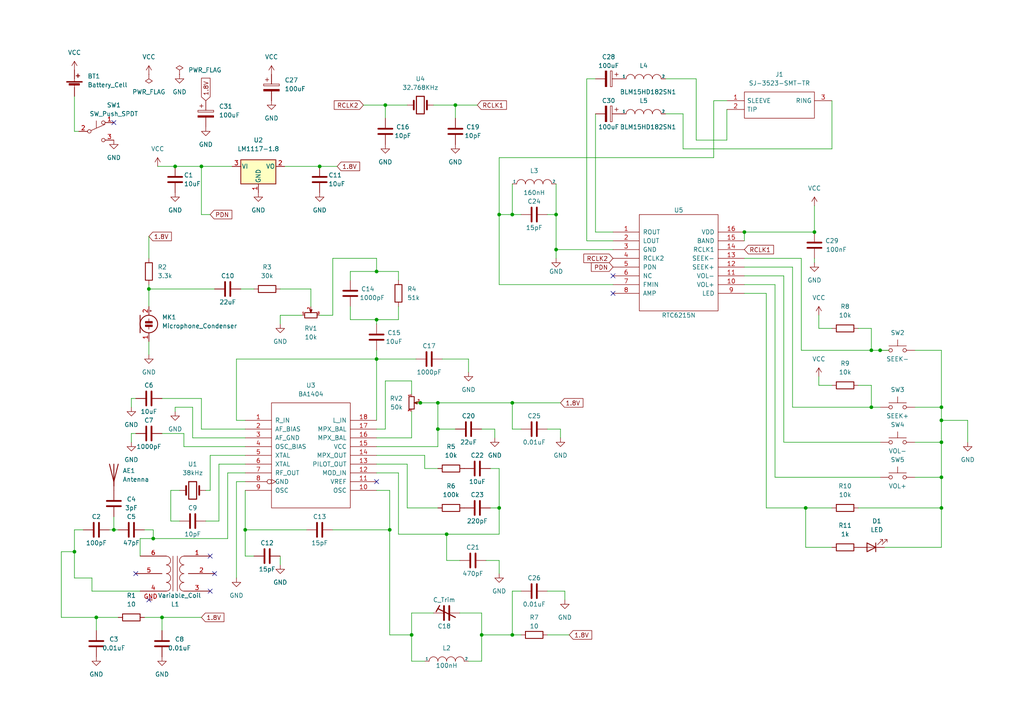
<source format=kicad_sch>
(kicad_sch (version 20211123) (generator eeschema)
  (paper "A4")
  (title_block (comment 1 "VCC=3.0V") (comment 2 "VCCQ=1.8V"))
  (lib_symbols
    (symbol "AudioJack:SJ-3523-SMT-TR" (pin_names (offset 0.762))
      (property "Reference" "J" (at 26.67 7.62 0))
      (property "Value" "SJ-3523-SMT-TR" (at 26.67 5.08 0))
      (symbol "SJ-3523-SMT-TR_0_0"
        (pin passive line (at 0 0 0) (length 5.08) (name "SLEEVE") (number "1"))
        (pin passive line (at 0 -2.54 0) (length 5.08) (name "TIP") (number "2"))
        (pin passive line (at 30.48 0 180) (length 5.08) (name "RING") (number "3"))
      )
      (symbol "SJ-3523-SMT-TR_0_1"
        (polyline (pts (xy 5.08 2.54) (xy 25.4 2.54) (xy 25.4 -5.08) (xy 5.08 -5.08) (xy 5.08 2.54)) (stroke (width 0.1524)))
      )
    )
    (symbol "BA1404:BA1404" (pin_names (offset 1.016))
      (property "Reference" "U" (at 0 -2.54 0))
      (property "Value" "BA1404" (at 0 2.54 0))
      (symbol "BA1404_1_0"
        (rectangle (start -11.43 -15.24) (end 11.43 15.24))
      )
      (symbol "BA1404_1_1"
        (pin input line (at -19.05 10.16 0) (length 7.62) (name "R_IN") (number "1"))
        (pin input line (at 19.05 -10.16 180) (length 7.62) (name "OSC") (number "10"))
        (pin input line (at 19.05 -7.62 180) (length 7.62) (name "VREF") (number "11"))
        (pin input line (at 19.05 -5.08 180) (length 7.62) (name "MOD_IN") (number "12"))
        (pin input line (at 19.05 -2.54 180) (length 7.62) (name "PILOT_OUT") (number "13"))
        (pin input line (at 19.05 0 180) (length 7.62) (name "MPX_OUT") (number "14"))
        (pin input line (at 19.05 2.54 180) (length 7.62) (name "VCC") (number "15"))
        (pin input line (at 19.05 5.08 180) (length 7.62) (name "MPX_BAL") (number "16"))
        (pin input line (at 19.05 7.62 180) (length 7.62) (name "MPX_BAL") (number "17"))
        (pin input line (at 19.05 10.16 180) (length 7.62) (name "L_IN") (number "18"))
        (pin input line (at -19.05 7.62 0) (length 7.62) (name "AF_BIAS") (number "2"))
        (pin input line (at -19.05 5.08 0) (length 7.62) (name "AF_GND") (number "3"))
        (pin input line (at -19.05 2.54 0) (length 7.62) (name "OSC_BIAS") (number "4"))
        (pin input line (at -19.05 0 0) (length 7.62) (name "XTAL") (number "5"))
        (pin input line (at -19.05 -2.54 0) (length 7.62) (name "XTAL") (number "6"))
        (pin input line (at -19.05 -5.08 0) (length 7.62) (name "RF_OUT") (number "7"))
        (pin input inverted_clock (at -19.05 -7.62 0) (length 7.62) (name "GND") (number "8"))
        (pin input line (at -19.05 -10.16 0) (length 7.62) (name "OSC") (number "9"))
      )
    )
    (symbol "Device:Antenna" (pin_numbers hide) (pin_names (offset 1.016) hide)
      (property "Reference" "AE" (at -1.905 1.905 0))
      (property "Value" "Antenna" (at -1.905 0 0))
      (symbol "Antenna_0_1"
        (polyline (pts (xy 0 2.54) (xy 0 -3.81)) (stroke (width 0.254)))
        (polyline (pts (xy 1.27 2.54) (xy 0 -2.54) (xy -1.27 2.54)) (stroke (width 0.254)))
      )
      (symbol "Antenna_1_1"
        (pin input line (at 0 -5.08 90) (length 2.54) (name "A") (number "1"))
      )
    )
    (symbol "Device:Battery_Cell" (pin_numbers hide) (pin_names (offset 0) hide)
      (property "Reference" "BT" (at 2.54 2.54 0))
      (property "Value" "Battery_Cell" (at 2.54 0 0))
      (symbol "Battery_Cell_0_1"
        (rectangle (start -2.286 1.778) (end 2.286 1.524) (fill (type outline)))
        (rectangle (start -1.5748 1.1938) (end 1.4732 0.6858) (fill (type outline)))
        (polyline (pts (xy 0 0.762) (xy 0 0)))
        (polyline (pts (xy 0 1.778) (xy 0 2.54)))
        (polyline (pts (xy 0.508 3.429) (xy 1.524 3.429)) (stroke (width 0.254)))
        (polyline (pts (xy 1.016 3.937) (xy 1.016 2.921)) (stroke (width 0.254)))
      )
      (symbol "Battery_Cell_1_1"
        (pin passive line (at 0 5.08 270) (length 2.54) (name "+") (number "1"))
        (pin passive line (at 0 -2.54 90) (length 2.54) (name "-") (number "2"))
      )
    )
    (symbol "Device:C" (pin_numbers hide) (pin_names (offset 0.254))
      (property "Reference" "C" (at 0.635 2.54 0))
      (property "Value" "C" (at 0.635 -2.54 0))
      (symbol "C_0_1"
        (polyline (pts (xy -2.032 -0.762) (xy 2.032 -0.762)) (stroke (width 0.508)))
        (polyline (pts (xy -2.032 0.762) (xy 2.032 0.762)) (stroke (width 0.508)))
      )
      (symbol "C_1_1"
        (pin passive line (at 0 3.81 270) (length 2.794) (name "~") (number "1"))
        (pin passive line (at 0 -3.81 90) (length 2.794) (name "~") (number "2"))
      )
    )
    (symbol "Device:C_Polarized" (pin_numbers hide) (pin_names (offset 0.254))
      (property "Reference" "C" (at 0.635 2.54 0))
      (property "Value" "C_Polarized" (at 0.635 -2.54 0))
      (symbol "C_Polarized_0_1"
        (rectangle (start -2.286 0.508) (end 2.286 1.016))
        (polyline (pts (xy -1.778 2.286) (xy -0.762 2.286)))
        (polyline (pts (xy -1.27 2.794) (xy -1.27 1.778)))
        (rectangle (start 2.286 -0.508) (end -2.286 -1.016) (fill (type outline)))
      )
      (symbol "C_Polarized_1_1"
        (pin passive line (at 0 3.81 270) (length 2.794) (name "~") (number "1"))
        (pin passive line (at 0 -3.81 90) (length 2.794) (name "~") (number "2"))
      )
    )
    (symbol "Device:C_Trim" (pin_numbers hide) (pin_names (offset 0.254) hide)
      (property "Reference" "C" (at 1.524 -2.032 0))
      (property "Value" "C_Trim" (at 3.048 -3.556 0))
      (symbol "C_Trim_0_1"
        (polyline (pts (xy -2.032 -0.762) (xy 2.032 -0.762)) (stroke (width 0.508)))
        (polyline (pts (xy -2.032 0.762) (xy 2.032 0.762)) (stroke (width 0.508)))
        (polyline (pts (xy 1.27 2.54) (xy -1.27 -2.54)) (stroke (width 0.3048)))
        (polyline (pts (xy 1.27 2.54) (xy 0.381 3.048)) (stroke (width 0.3048)))
        (polyline (pts (xy 1.27 2.54) (xy 2.159 2.032)) (stroke (width 0.3048)))
      )
      (symbol "C_Trim_1_1"
        (pin passive line (at 0 3.81 270) (length 3.048) (name "~") (number "1"))
        (pin passive line (at 0 -3.81 90) (length 3.048) (name "~") (number "2"))
      )
    )
    (symbol "Device:Crystal" (pin_numbers hide) (pin_names (offset 1.016) hide)
      (property "Reference" "Y" (at 0 3.81 0))
      (property "Value" "Crystal" (at 0 -3.81 0))
      (symbol "Crystal_0_1"
        (rectangle (start -1.143 2.54) (end 1.143 -2.54) (stroke (width 0.3048)))
        (polyline (pts (xy -2.54 0) (xy -1.905 0)))
        (polyline (pts (xy -1.905 -1.27) (xy -1.905 1.27)) (stroke (width 0.508)))
        (polyline (pts (xy 1.905 -1.27) (xy 1.905 1.27)) (stroke (width 0.508)))
        (polyline (pts (xy 2.54 0) (xy 1.905 0)))
      )
      (symbol "Crystal_1_1"
        (pin passive line (at -3.81 0 0) (length 1.27) (name "1") (number "1"))
        (pin passive line (at 3.81 0 180) (length 1.27) (name "2") (number "2"))
      )
    )
    (symbol "Device:LED" (pin_numbers hide) (pin_names (offset 1.016) hide)
      (property "Reference" "D" (at 0 2.54 0))
      (property "Value" "LED" (at 0 -2.54 0))
      (symbol "LED_0_1"
        (polyline (pts (xy -1.27 -1.27) (xy -1.27 1.27)) (stroke (width 0.254)))
        (polyline (pts (xy -1.27 0) (xy 1.27 0)))
        (polyline (pts (xy 1.27 -1.27) (xy 1.27 1.27) (xy -1.27 0) (xy 1.27 -1.27)) (stroke (width 0.254)))
        (polyline (pts (xy -3.048 -0.762) (xy -4.572 -2.286) (xy -3.81 -2.286) (xy -4.572 -2.286) (xy -4.572 -1.524)))
        (polyline (pts (xy -1.778 -0.762) (xy -3.302 -2.286) (xy -2.54 -2.286) (xy -3.302 -2.286) (xy -3.302 -1.524)))
      )
      (symbol "LED_1_1"
        (pin passive line (at -3.81 0 0) (length 2.54) (name "K") (number "1"))
        (pin passive line (at 3.81 0 180) (length 2.54) (name "A") (number "2"))
      )
    )
    (symbol "Device:Microphone_Condenser" (pin_names (offset 0.0254) hide)
      (property "Reference" "MK" (at -3.302 1.27 0))
      (property "Value" "Microphone_Condenser" (at -3.302 -0.635 0))
      (symbol "Microphone_Condenser_0_1"
        (polyline (pts (xy -2.54 2.54) (xy -2.54 -2.54)) (stroke (width 0.254)))
        (polyline (pts (xy 0 -0.762) (xy 0 -1.524)))
        (polyline (pts (xy 0 0.762) (xy 0 1.524)))
        (polyline (pts (xy 0.254 3.81) (xy 0.762 3.81)))
        (polyline (pts (xy 0.508 4.064) (xy 0.508 3.556)))
        (circle (center 0 0) (radius 2.54) (stroke (width 0.254)))
        (rectangle (start 1.016 -0.254) (end -1.016 -0.762) (fill (type outline)))
        (rectangle (start 1.016 0.762) (end -1.016 0.254) (fill (type outline)))
      )
      (symbol "Microphone_Condenser_1_1"
        (pin passive line (at 0 -5.08 90) (length 2.54) (name "-") (number "1"))
        (pin passive line (at 0 5.08 270) (length 2.54) (name "+") (number "2"))
      )
    )
    (symbol "Device:R" (pin_numbers hide) (pin_names (offset 0))
      (property "Reference" "R" (at 2.032 0 90))
      (property "Value" "R" (at 0 0 90))
      (symbol "R_0_1"
        (rectangle (start -1.016 -2.54) (end 1.016 2.54) (stroke (width 0.254)))
      )
      (symbol "R_1_1"
        (pin passive line (at 0 3.81 270) (length 1.27) (name "~") (number "1"))
        (pin passive line (at 0 -3.81 90) (length 1.27) (name "~") (number "2"))
      )
    )
    (symbol "Device:R_Potentiometer_Small" (pin_names (offset 1.016) hide)
      (property "Reference" "RV" (at -4.445 0 90))
      (property "Value" "R_Potentiometer_Small" (at -2.54 0 90))
      (symbol "R_Potentiometer_Small_0_1"
        (polyline (pts (xy 0.889 0) (xy 0.635 0) (xy 1.651 0.381) (xy 1.651 -0.381) (xy 0.635 0) (xy 0.889 0)) (fill (type outline)))
        (rectangle (start 0.762 1.8034) (end -0.762 -1.8034) (stroke (width 0.254)))
      )
      (symbol "R_Potentiometer_Small_1_1"
        (pin passive line (at 0 2.54 270) (length 0.635) (name "1") (number "1"))
        (pin passive line (at 2.54 0 180) (length 0.9906) (name "2") (number "2"))
        (pin passive line (at 0 -2.54 90) (length 0.635) (name "3") (number "3"))
      )
    )
    (symbol "RTC6215N:RTC6215N" (pin_names (offset 1.016))
      (property "Reference" "U" (at 0 -2.54 0))
      (property "Value" "RTC6215N" (at 0 2.54 0))
      (symbol "RTC6215N_1_0"
        (rectangle (start -11.43 -13.97) (end 11.43 13.97))
      )
      (symbol "RTC6215N_1_1"
        (pin output line (at -19.05 8.89 0) (length 7.62) (name "ROUT") (number "1"))
        (pin input line (at 19.05 -6.35 180) (length 7.62) (name "VOL+") (number "10"))
        (pin input line (at 19.05 -3.81 180) (length 7.62) (name "VOL-") (number "11"))
        (pin input line (at 19.05 -1.27 180) (length 7.62) (name "SEEK+") (number "12"))
        (pin input line (at 19.05 1.27 180) (length 7.62) (name "SEEK-") (number "13"))
        (pin input line (at 19.05 3.81 180) (length 7.62) (name "RCLK1") (number "14"))
        (pin input line (at 19.05 6.35 180) (length 7.62) (name "BAND") (number "15"))
        (pin power_in line (at 19.05 8.89 180) (length 7.62) (name "VDD") (number "16"))
        (pin output line (at -19.05 6.35 0) (length 7.62) (name "LOUT") (number "2"))
        (pin power_in line (at -19.05 3.81 0) (length 7.62) (name "GND") (number "3"))
        (pin input line (at -19.05 1.27 0) (length 7.62) (name "RCLK2") (number "4"))
        (pin input line (at -19.05 -1.27 0) (length 7.62) (name "PDN") (number "5"))
        (pin input line (at -19.05 -3.81 0) (length 7.62) (name "NC") (number "6"))
        (pin input line (at -19.05 -6.35 0) (length 7.62) (name "FMIN") (number "7"))
        (pin input line (at -19.05 -8.89 0) (length 7.62) (name "AMP") (number "8"))
        (pin input line (at 19.05 -8.89 180) (length 7.62) (name "LED") (number "9"))
      )
    )
    (symbol "Regulator_Linear:LM1117-1.8" (pin_names (offset 0.254))
      (property "Reference" "U" (at -3.81 3.175 0))
      (property "Value" "LM1117-1.8" (at 0 3.175 0))
      (symbol "LM1117-1.8_0_1"
        (rectangle (start -5.08 -5.08) (end 5.08 1.905) (stroke (width 0.254)) (fill (type background)))
      )
      (symbol "LM1117-1.8_1_1"
        (pin power_in line (at 0 -7.62 90) (length 2.54) (name "GND") (number "1"))
        (pin power_out line (at 7.62 0 180) (length 2.54) (name "VO") (number "2"))
        (pin power_in line (at -7.62 0 0) (length 2.54) (name "VI") (number "3"))
      )
    )
    (symbol "Switch:SW_Push" (pin_numbers hide) (pin_names (offset 1.016) hide)
      (property "Reference" "SW" (at 1.27 2.54 0))
      (property "Value" "SW_Push" (at 0 -1.524 0))
      (symbol "SW_Push_0_1"
        (circle (center -2.032 0) (radius 0.508))
        (polyline (pts (xy 0 1.27) (xy 0 3.048)))
        (polyline (pts (xy 2.54 1.27) (xy -2.54 1.27)))
        (circle (center 2.032 0) (radius 0.508))
        (pin passive line (at -5.08 0 0) (length 2.54) (name "1") (number "1"))
        (pin passive line (at 5.08 0 180) (length 2.54) (name "2") (number "2"))
      )
    )
    (symbol "Switch:SW_Push_SPDT" (pin_names (offset 0) hide)
      (property "Reference" "SW" (at 0 4.318 0))
      (property "Value" "SW_Push_SPDT" (at 0 -5.08 0))
      (symbol "SW_Push_SPDT_0_0"
        (circle (center -2.032 0) (radius 0.508))
        (polyline (pts (xy 0 1.016) (xy 0 3.048)))
        (circle (center 2.032 -2.54) (radius 0.508))
      )
      (symbol "SW_Push_SPDT_0_1"
        (polyline (pts (xy -1.524 0.254) (xy 2.54 2.032)))
        (circle (center 2.032 2.54) (radius 0.508))
      )
      (symbol "SW_Push_SPDT_1_1"
        (pin passive line (at 5.08 2.54 180) (length 2.54) (name "A") (number "1"))
        (pin passive line (at -5.08 0 0) (length 2.54) (name "B") (number "2"))
        (pin passive line (at 5.08 -2.54 180) (length 2.54) (name "C") (number "3"))
      )
    )
    (symbol "Var_Coil:Variable_Coil" (pin_names (offset 1.016) hide)
      (property "Reference" "L1" (at 0 8.89 0))
      (property "Value" "Variable_Coil" (at -1.27 6.35 0))
      (symbol "Variable_Coil_0_1"
        (arc (start -2.54 -5.0546) (mid -1.6561 -4.6863) (end -1.27 -3.81))
        (arc (start -2.54 -2.5146) (mid -1.6561 -2.1463) (end -1.27 -1.27))
        (arc (start -2.54 0.0254) (mid -1.6561 0.3937) (end -1.27 1.27))
        (arc (start -2.54 2.5654) (mid -1.6561 2.9337) (end -1.27 3.81))
        (arc (start -1.27 -3.81) (mid -1.642 -2.912) (end -2.54 -2.54))
        (arc (start -1.27 -1.27) (mid -1.642 -0.372) (end -2.54 0))
        (arc (start -1.27 1.27) (mid -1.642 2.168) (end -2.54 2.54))
        (arc (start -1.27 3.81) (mid -1.642 4.708) (end -2.54 5.08))
        (polyline (pts (xy -0.635 5.08) (xy -0.635 -5.08)))
        (polyline (pts (xy 0.635 -5.08) (xy 0.635 5.08)))
        (arc (start 1.2954 -1.27) (mid 1.6599 -2.1501) (end 2.54 -2.5146))
        (arc (start 1.2954 1.27) (mid 1.6599 0.3899) (end 2.54 0.0254))
        (arc (start 1.2954 3.81) (mid 1.6599 2.9299) (end 2.54 2.5654))
        (arc (start 1.3208 -3.81) (mid 1.6853 -4.6901) (end 2.5654 -5.0546))
        (arc (start 2.54 0) (mid 1.6456 -0.3683) (end 1.2954 -1.27))
        (arc (start 2.54 2.54) (mid 1.6456 2.1717) (end 1.2954 1.27))
        (arc (start 2.54 5.08) (mid 1.6456 4.7117) (end 1.2954 3.81))
        (arc (start 2.5654 -2.54) (mid 1.671 -2.9083) (end 1.3208 -3.81))
      )
      (symbol "Variable_Coil_1_1"
        (pin passive line (at -10.16 -5.08 0) (length 7.62) (name "AB") (number "1"))
        (pin passive line (at -11.43 0 0) (length 7.62) (name "NC") (number "2"))
        (pin passive line (at -10.16 5.08 0) (length 7.62) (name "AA") (number "3"))
        (pin passive line (at 10.16 5.08 180) (length 7.62) (name "SB") (number "4"))
        (pin passive line (at 11.43 0 180) (length 7.62) (name "NC") (number "5"))
        (pin passive line (at 10.16 -5.08 180) (length 7.62) (name "SA") (number "6"))
        (pin passive line (at 7.62 7.62 180) (length 1) (name "GND") (number "GND"))
      )
    )
    (symbol "power:GND" (power) (pin_names (offset 0))
      (property "Value" "GND" (at 0 -3.81 0))
      (symbol "GND_0_1"
        (polyline (pts (xy 0 0) (xy 0 -1.27) (xy 1.27 -1.27) (xy 0 -2.54) (xy -1.27 -1.27) (xy 0 -1.27)))
      )
      (symbol "GND_1_1"
        (pin power_in line (at 0 0 270) (length 0) hide (name "GND") (number "1"))
      )
    )
    (symbol "power:PWR_FLAG" (power) (pin_numbers hide) (pin_names (offset 0) hide)
      (property "Value" "PWR_FLAG" (at 0 3.81 0))
      (symbol "PWR_FLAG_0_0"
        (pin power_out line (at 0 0 90) (length 0) (name "pwr") (number "1"))
      )
      (symbol "PWR_FLAG_0_1"
        (polyline (pts (xy 0 0) (xy 0 1.27) (xy -1.016 1.905) (xy 0 2.54) (xy 1.016 1.905) (xy 0 1.27)))
      )
    )
    (symbol "power:VCC" (power) (pin_names (offset 0))
      (property "Value" "VCC" (at 0 3.81 0))
      (symbol "VCC_0_1"
        (polyline (pts (xy -0.762 1.27) (xy 0 2.54)))
        (polyline (pts (xy 0 0) (xy 0 2.54)))
        (polyline (pts (xy 0 2.54) (xy 0.762 1.27)))
      )
      (symbol "VCC_1_1"
        (pin power_in line (at 0 0 90) (length 0) hide (name "VCC") (number "1"))
      )
    )
    (symbol "pspice:INDUCTOR" (pin_numbers hide) (pin_names (offset 0))
      (property "Reference" "L" (at 0 2.54 0))
      (property "Value" "INDUCTOR" (at 0 -1.27 0))
      (symbol "INDUCTOR_0_1"
        (arc (start -2.54 0) (mid -3.81 1.27) (end -5.08 0))
        (arc (start 0 0) (mid -1.27 1.27) (end -2.54 0))
        (arc (start 2.54 0) (mid 1.27 1.27) (end 0 0))
        (arc (start 5.08 0) (mid 3.81 1.27) (end 2.54 0))
      )
      (symbol "INDUCTOR_1_1"
        (pin input line (at -6.35 0 0) (length 1.27) (name "1") (number "1"))
        (pin input line (at 6.35 0 180) (length 1.27) (name "2") (number "2"))
      )
    )
  )
  (junction (at 255.27 101.6))
  (junction (at 127 116.84))
  (junction (at 273.05 118.11))
  (junction (at 273.05 121.92))
  (junction (at 43.18 83.82))
  (junction (at 109.22 78.74))
  (junction (at 21.59 160.02))
  (junction (at 33.02 153.67))
  (junction (at 273.05 128.27))
  (junction (at 252.73 101.6))
  (junction (at 144.78 62.23))
  (junction (at 44.45 156.21))
  (junction (at 119.38 184.15))
  (junction (at 215.9 67.31))
  (junction (at 148.59 62.23))
  (junction (at 252.73 118.11))
  (junction (at 129.54 154.94))
  (junction (at 273.05 147.32))
  (junction (at 111.76 30.48))
  (junction (at 148.59 116.84))
  (junction (at 236.22 67.31))
  (junction (at 161.29 72.39))
  (junction (at 273.05 138.43))
  (junction (at 71.12 153.67))
  (junction (at 92.71 48.26))
  (junction (at 233.68 147.32))
  (junction (at 139.7 184.15))
  (junction (at 148.59 184.15))
  (junction (at 58.42 48.26))
  (junction (at 127 124.46))
  (junction (at 113.03 153.67))
  (junction (at 121.92 116.84))
  (junction (at 27.94 179.07))
  (junction (at 109.22 92.71))
  (junction (at 132.08 30.48))
  (junction (at 144.78 147.32))
  (junction (at 50.8 48.26))
  (junction (at 109.22 104.14))
  (junction (at 46.99 179.07))
  (junction (at 161.29 62.23))
  (no_connect (at 60.96 171.45))
  (no_connect (at 60.96 161.29))
  (no_connect (at 177.8 80.01))
  (no_connect (at 177.8 85.09))
  (no_connect (at 109.22 139.7))
  (no_connect (at 33.02 35.56))
  (no_connect (at 43.18 173.99))
  (no_connect (at 62.23 166.37))
  (no_connect (at 39.37 166.37))
  (wire (pts (xy 109.22 137.16) (xy 115.57 137.16)))
  (wire (pts (xy 49.53 142.24) (xy 52.07 142.24)))
  (wire (pts (xy 161.29 62.23) (xy 161.29 72.39)))
  (wire (pts (xy 161.29 53.34) (xy 161.29 62.23)))
  (wire (pts (xy 109.22 101.6) (xy 109.22 104.14)))
  (wire (pts (xy 144.78 82.55) (xy 177.8 82.55)))
  (wire (pts (xy 68.58 121.92) (xy 71.12 121.92)))
  (wire (pts (xy 198.12 43.18) (xy 198.12 33.02)))
  (wire (pts (xy 148.59 62.23) (xy 151.13 62.23)))
  (wire (pts (xy 142.24 135.89) (xy 144.78 135.89)))
  (wire (pts (xy 71.12 153.67) (xy 88.9 153.67)))
  (wire (pts (xy 227.33 128.27) (xy 255.27 128.27)))
  (wire (pts (xy 215.9 67.31) (xy 236.22 67.31)))
  (wire (pts (xy 237.49 109.22) (xy 237.49 111.76)))
  (wire (pts (xy 38.1 125.73) (xy 38.1 128.27)))
  (wire (pts (xy 71.12 137.16) (xy 66.04 137.16)))
  (wire (pts (xy 90.17 83.82) (xy 81.28 83.82)))
  (wire (pts (xy 82.55 48.26) (xy 92.71 48.26)))
  (wire (pts (xy 273.05 158.75) (xy 256.54 158.75)))
  (wire (pts (xy 111.76 30.48) (xy 111.76 34.29)))
  (wire (pts (xy 201.93 40.64) (xy 210.82 40.64)))
  (wire (pts (xy 60.96 142.24) (xy 59.69 142.24)))
  (wire (pts (xy 237.49 111.76) (xy 241.3 111.76)))
  (wire (pts (xy 148.59 184.15) (xy 151.13 184.15)))
  (wire (pts (xy 252.73 95.25) (xy 252.73 101.6)))
  (wire (pts (xy 21.59 160.02) (xy 17.78 160.02)))
  (wire (pts (xy 139.7 124.46) (xy 143.51 124.46)))
  (wire (pts (xy 170.18 22.86) (xy 172.72 22.86)))
  (wire (pts (xy 44.45 153.67) (xy 44.45 156.21)))
  (wire (pts (xy 38.1 115.57) (xy 38.1 118.11)))
  (wire (pts (xy 101.6 81.28) (xy 101.6 78.74)))
  (wire (pts (xy 229.87 77.47) (xy 229.87 118.11)))
  (wire (pts (xy 158.75 124.46) (xy 162.56 124.46)))
  (wire (pts (xy 241.3 158.75) (xy 233.68 158.75)))
  (wire (pts (xy 46.99 179.07) (xy 46.99 182.88)))
  (wire (pts (xy 132.08 30.48) (xy 138.43 30.48)))
  (wire (pts (xy 109.22 74.93) (xy 96.52 74.93)))
  (wire (pts (xy 43.18 68.58) (xy 43.18 74.93)))
  (wire (pts (xy 49.53 151.13) (xy 52.07 151.13)))
  (wire (pts (xy 224.79 138.43) (xy 255.27 138.43)))
  (wire (pts (xy 71.12 132.08) (xy 60.96 132.08)))
  (wire (pts (xy 140.97 162.56) (xy 144.78 162.56)))
  (wire (pts (xy 207.01 45.72) (xy 207.01 29.21)))
  (wire (pts (xy 17.78 160.02) (xy 17.78 179.07)))
  (wire (pts (xy 201.93 22.86) (xy 193.04 22.86)))
  (wire (pts (xy 273.05 138.43) (xy 273.05 147.32)))
  (wire (pts (xy 148.59 171.45) (xy 148.59 184.15)))
  (wire (pts (xy 115.57 78.74) (xy 115.57 81.28)))
  (wire (pts (xy 127 116.84) (xy 148.59 116.84)))
  (wire (pts (xy 248.92 95.25) (xy 252.73 95.25)))
  (wire (pts (xy 96.52 74.93) (xy 96.52 91.44)))
  (wire (pts (xy 144.78 45.72) (xy 207.01 45.72)))
  (wire (pts (xy 151.13 124.46) (xy 148.59 124.46)))
  (wire (pts (xy 68.58 121.92) (xy 68.58 104.14)))
  (wire (pts (xy 236.22 59.69) (xy 236.22 67.31)))
  (wire (pts (xy 63.5 134.62) (xy 63.5 151.13)))
  (wire (pts (xy 143.51 124.46) (xy 143.51 127)))
  (wire (pts (xy 60.96 132.08) (xy 60.96 142.24)))
  (wire (pts (xy 27.94 182.88) (xy 27.94 179.07)))
  (wire (pts (xy 113.03 153.67) (xy 113.03 184.15)))
  (wire (pts (xy 71.12 124.46) (xy 58.42 124.46)))
  (wire (pts (xy 115.57 137.16) (xy 115.57 154.94)))
  (wire (pts (xy 50.8 118.11) (xy 50.8 119.38)))
  (wire (pts (xy 21.59 160.02) (xy 21.59 167.64)))
  (wire (pts (xy 201.93 40.64) (xy 201.93 22.86)))
  (wire (pts (xy 139.7 184.15) (xy 139.7 191.77)))
  (wire (pts (xy 237.49 95.25) (xy 241.3 95.25)))
  (wire (pts (xy 119.38 177.8) (xy 125.73 177.8)))
  (wire (pts (xy 21.59 27.94) (xy 21.59 38.1)))
  (wire (pts (xy 236.22 76.2) (xy 236.22 74.93)))
  (wire (pts (xy 71.12 139.7) (xy 68.58 139.7)))
  (wire (pts (xy 33.02 149.86) (xy 33.02 153.67)))
  (wire (pts (xy 162.56 124.46) (xy 162.56 127)))
  (wire (pts (xy 55.88 118.11) (xy 50.8 118.11)))
  (wire (pts (xy 232.41 74.93) (xy 232.41 101.6)))
  (wire (pts (xy 224.79 82.55) (xy 224.79 138.43)))
  (wire (pts (xy 144.78 147.32) (xy 144.78 154.94)))
  (wire (pts (xy 96.52 91.44) (xy 92.71 91.44)))
  (wire (pts (xy 139.7 184.15) (xy 148.59 184.15)))
  (wire (pts (xy 273.05 147.32) (xy 273.05 158.75)))
  (wire (pts (xy 109.22 104.14) (xy 109.22 121.92)))
  (wire (pts (xy 50.8 48.26) (xy 58.42 48.26)))
  (wire (pts (xy 148.59 53.34) (xy 148.59 62.23)))
  (wire (pts (xy 101.6 92.71) (xy 109.22 92.71)))
  (wire (pts (xy 170.18 22.86) (xy 170.18 69.85)))
  (wire (pts (xy 123.19 135.89) (xy 127 135.89)))
  (wire (pts (xy 43.18 83.82) (xy 43.18 88.9)))
  (wire (pts (xy 71.12 129.54) (xy 53.34 129.54)))
  (wire (pts (xy 109.22 129.54) (xy 127 129.54)))
  (wire (pts (xy 81.28 161.29) (xy 81.28 163.83)))
  (wire (pts (xy 68.58 104.14) (xy 109.22 104.14)))
  (wire (pts (xy 280.67 121.92) (xy 280.67 128.27)))
  (wire (pts (xy 248.92 147.32) (xy 273.05 147.32)))
  (wire (pts (xy 129.54 154.94) (xy 144.78 154.94)))
  (wire (pts (xy 120.65 116.84) (xy 121.92 116.84)))
  (wire (pts (xy 215.9 67.31) (xy 215.9 69.85)))
  (wire (pts (xy 144.78 135.89) (xy 144.78 147.32)))
  (wire (pts (xy 248.92 111.76) (xy 252.73 111.76)))
  (wire (pts (xy 68.58 139.7) (xy 68.58 167.64)))
  (wire (pts (xy 109.22 132.08) (xy 123.19 132.08)))
  (wire (pts (xy 222.25 147.32) (xy 233.68 147.32)))
  (wire (pts (xy 148.59 124.46) (xy 148.59 116.84)))
  (wire (pts (xy 265.43 138.43) (xy 273.05 138.43)))
  (wire (pts (xy 115.57 154.94) (xy 129.54 154.94)))
  (wire (pts (xy 139.7 177.8) (xy 139.7 184.15)))
  (wire (pts (xy 255.27 101.6) (xy 257.81 101.6)))
  (wire (pts (xy 46.99 179.07) (xy 58.42 179.07)))
  (wire (pts (xy 81.28 93.98) (xy 81.28 91.44)))
  (wire (pts (xy 41.91 179.07) (xy 46.99 179.07)))
  (wire (pts (xy 227.33 80.01) (xy 227.33 128.27)))
  (wire (pts (xy 96.52 153.67) (xy 113.03 153.67)))
  (wire (pts (xy 237.49 91.44) (xy 237.49 95.25)))
  (wire (pts (xy 81.28 91.44) (xy 87.63 91.44)))
  (wire (pts (xy 101.6 88.9) (xy 101.6 92.71)))
  (wire (pts (xy 198.12 33.02) (xy 193.04 33.02)))
  (wire (pts (xy 43.18 82.55) (xy 43.18 83.82)))
  (wire (pts (xy 127 129.54) (xy 127 124.46)))
  (wire (pts (xy 144.78 162.56) (xy 144.78 166.37)))
  (wire (pts (xy 58.42 48.26) (xy 58.42 62.23)))
  (wire (pts (xy 40.64 171.45) (xy 26.67 171.45)))
  (wire (pts (xy 161.29 72.39) (xy 177.8 72.39)))
  (wire (pts (xy 71.12 153.67) (xy 71.12 161.29)))
  (wire (pts (xy 26.67 171.45) (xy 26.67 167.64)))
  (wire (pts (xy 58.42 62.23) (xy 60.96 62.23)))
  (wire (pts (xy 119.38 184.15) (xy 119.38 191.77)))
  (wire (pts (xy 215.9 77.47) (xy 229.87 77.47)))
  (wire (pts (xy 172.72 67.31) (xy 177.8 67.31)))
  (wire (pts (xy 265.43 128.27) (xy 273.05 128.27)))
  (wire (pts (xy 115.57 92.71) (xy 115.57 88.9)))
  (wire (pts (xy 119.38 110.49) (xy 119.38 114.3)))
  (wire (pts (xy 172.72 33.02) (xy 172.72 67.31)))
  (wire (pts (xy 38.1 115.57) (xy 39.37 115.57)))
  (wire (pts (xy 66.04 137.16) (xy 66.04 156.21)))
  (wire (pts (xy 119.38 191.77) (xy 123.19 191.77)))
  (wire (pts (xy 215.9 74.93) (xy 232.41 74.93)))
  (wire (pts (xy 24.13 153.67) (xy 21.59 153.67)))
  (wire (pts (xy 215.9 80.01) (xy 227.33 80.01)))
  (wire (pts (xy 111.76 30.48) (xy 118.11 30.48)))
  (wire (pts (xy 125.73 30.48) (xy 132.08 30.48)))
  (wire (pts (xy 38.1 125.73) (xy 39.37 125.73)))
  (wire (pts (xy 210.82 40.64) (xy 210.82 31.75)))
  (wire (pts (xy 127 124.46) (xy 127 116.84)))
  (wire (pts (xy 161.29 72.39) (xy 161.29 74.93)))
  (wire (pts (xy 165.1 184.15) (xy 158.75 184.15)))
  (wire (pts (xy 233.68 158.75) (xy 233.68 147.32)))
  (wire (pts (xy 44.45 156.21) (xy 66.04 156.21)))
  (wire (pts (xy 109.22 134.62) (xy 118.11 134.62)))
  (wire (pts (xy 252.73 111.76) (xy 252.73 118.11)))
  (wire (pts (xy 71.12 142.24) (xy 71.12 153.67)))
  (wire (pts (xy 109.22 127) (xy 119.38 127)))
  (wire (pts (xy 113.03 184.15) (xy 119.38 184.15)))
  (wire (pts (xy 44.45 156.21) (xy 40.64 156.21)))
  (wire (pts (xy 53.34 125.73) (xy 46.99 125.73)))
  (wire (pts (xy 135.89 104.14) (xy 135.89 107.95)))
  (wire (pts (xy 109.22 142.24) (xy 113.03 142.24)))
  (wire (pts (xy 45.72 48.26) (xy 50.8 48.26)))
  (wire (pts (xy 111.76 124.46) (xy 111.76 110.49)))
  (wire (pts (xy 232.41 101.6) (xy 252.73 101.6)))
  (wire (pts (xy 33.02 153.67) (xy 34.29 153.67)))
  (wire (pts (xy 43.18 83.82) (xy 62.23 83.82)))
  (wire (pts (xy 40.64 156.21) (xy 40.64 161.29)))
  (wire (pts (xy 163.83 171.45) (xy 163.83 173.99)))
  (wire (pts (xy 161.29 62.23) (xy 158.75 62.23)))
  (wire (pts (xy 265.43 101.6) (xy 273.05 101.6)))
  (wire (pts (xy 241.3 43.18) (xy 241.3 29.21)))
  (wire (pts (xy 123.19 132.08) (xy 123.19 135.89)))
  (wire (pts (xy 132.08 30.48) (xy 132.08 34.29)))
  (wire (pts (xy 133.35 177.8) (xy 139.7 177.8)))
  (wire (pts (xy 31.75 153.67) (xy 33.02 153.67)))
  (wire (pts (xy 129.54 154.94) (xy 129.54 162.56)))
  (wire (pts (xy 17.78 179.07) (xy 27.94 179.07)))
  (wire (pts (xy 252.73 101.6) (xy 255.27 101.6)))
  (wire (pts (xy 139.7 191.77) (xy 135.89 191.77)))
  (wire (pts (xy 158.75 171.45) (xy 163.83 171.45)))
  (wire (pts (xy 127 124.46) (xy 132.08 124.46)))
  (wire (pts (xy 109.22 92.71) (xy 115.57 92.71)))
  (wire (pts (xy 119.38 184.15) (xy 119.38 177.8)))
  (wire (pts (xy 273.05 121.92) (xy 280.67 121.92)))
  (wire (pts (xy 118.11 147.32) (xy 127 147.32)))
  (wire (pts (xy 222.25 85.09) (xy 222.25 147.32)))
  (wire (pts (xy 105.41 30.48) (xy 111.76 30.48)))
  (wire (pts (xy 148.59 116.84) (xy 162.56 116.84)))
  (wire (pts (xy 63.5 151.13) (xy 59.69 151.13)))
  (wire (pts (xy 27.94 179.07) (xy 34.29 179.07)))
  (wire (pts (xy 90.17 88.9) (xy 90.17 83.82)))
  (wire (pts (xy 55.88 118.11) (xy 55.88 127)))
  (wire (pts (xy 71.12 134.62) (xy 63.5 134.62)))
  (wire (pts (xy 144.78 62.23) (xy 148.59 62.23)))
  (wire (pts (xy 109.22 78.74) (xy 115.57 78.74)))
  (wire (pts (xy 229.87 118.11) (xy 252.73 118.11)))
  (wire (pts (xy 273.05 118.11) (xy 273.05 121.92)))
  (wire (pts (xy 109.22 104.14) (xy 120.65 104.14)))
  (wire (pts (xy 21.59 38.1) (xy 22.86 38.1)))
  (wire (pts (xy 144.78 62.23) (xy 144.78 82.55)))
  (wire (pts (xy 109.22 78.74) (xy 109.22 74.93)))
  (wire (pts (xy 207.01 29.21) (xy 210.82 29.21)))
  (wire (pts (xy 113.03 142.24) (xy 113.03 153.67)))
  (wire (pts (xy 252.73 118.11) (xy 255.27 118.11)))
  (wire (pts (xy 41.91 153.67) (xy 44.45 153.67)))
  (wire (pts (xy 142.24 147.32) (xy 144.78 147.32)))
  (wire (pts (xy 215.9 85.09) (xy 222.25 85.09)))
  (wire (pts (xy 273.05 101.6) (xy 273.05 118.11)))
  (wire (pts (xy 49.53 142.24) (xy 49.53 151.13)))
  (wire (pts (xy 118.11 134.62) (xy 118.11 147.32)))
  (wire (pts (xy 71.12 127) (xy 55.88 127)))
  (wire (pts (xy 151.13 171.45) (xy 148.59 171.45)))
  (wire (pts (xy 46.99 115.57) (xy 58.42 115.57)))
  (wire (pts (xy 43.18 99.06) (xy 43.18 102.87)))
  (wire (pts (xy 58.42 124.46) (xy 58.42 115.57)))
  (wire (pts (xy 71.12 161.29) (xy 73.66 161.29)))
  (wire (pts (xy 69.85 83.82) (xy 73.66 83.82)))
  (wire (pts (xy 170.18 69.85) (xy 177.8 69.85)))
  (wire (pts (xy 273.05 128.27) (xy 273.05 138.43)))
  (wire (pts (xy 109.22 92.71) (xy 109.22 93.98)))
  (wire (pts (xy 128.27 104.14) (xy 135.89 104.14)))
  (wire (pts (xy 21.59 167.64) (xy 26.67 167.64)))
  (wire (pts (xy 21.59 153.67) (xy 21.59 160.02)))
  (wire (pts (xy 121.92 116.84) (xy 127 116.84)))
  (wire (pts (xy 92.71 48.26) (xy 97.79 48.26)))
  (wire (pts (xy 119.38 119.38) (xy 119.38 127)))
  (wire (pts (xy 198.12 43.18) (xy 241.3 43.18)))
  (wire (pts (xy 111.76 110.49) (xy 119.38 110.49)))
  (wire (pts (xy 233.68 147.32) (xy 241.3 147.32)))
  (wire (pts (xy 273.05 121.92) (xy 273.05 128.27)))
  (wire (pts (xy 265.43 118.11) (xy 273.05 118.11)))
  (wire (pts (xy 101.6 78.74) (xy 109.22 78.74)))
  (wire (pts (xy 215.9 82.55) (xy 224.79 82.55)))
  (wire (pts (xy 129.54 162.56) (xy 133.35 162.56)))
  (wire (pts (xy 58.42 48.26) (xy 67.31 48.26)))
  (wire (pts (xy 109.22 124.46) (xy 111.76 124.46)))
  (wire (pts (xy 144.78 45.72) (xy 144.78 62.23)))
  (wire (pts (xy 53.34 129.54) (xy 53.34 125.73)))
  (global_label "PDN" (shape input) (at 177.8 77.47 180) (property "Intersheet References" "${INTERSHEET_REFS}" (effects hide)))
  (global_label "RCLK1" (shape input) (at 138.43 30.48 0) (property "Intersheet References" "${INTERSHEET_REFS}" (effects hide)))
  (global_label "1.8V" (shape input) (at 162.56 116.84 0) (property "Intersheet References" "${INTERSHEET_REFS}" (effects hide)))
  (global_label "1.8V" (shape input) (at 43.18 68.58 0) (property "Intersheet References" "${INTERSHEET_REFS}" (effects hide)))
  (global_label "RCLK2" (shape input) (at 105.41 30.48 180) (property "Intersheet References" "${INTERSHEET_REFS}" (effects hide)))
  (global_label "1.8V" (shape input) (at 59.69 29.21 90) (property "Intersheet References" "${INTERSHEET_REFS}" (effects hide)))
  (global_label "RCLK1" (shape input) (at 215.9 72.39 0) (property "Intersheet References" "${INTERSHEET_REFS}" (effects hide)))
  (global_label "1.8V" (shape input) (at 165.1 184.15 0) (property "Intersheet References" "${INTERSHEET_REFS}" (effects hide)))
  (global_label "RCLK2" (shape input) (at 177.8 74.93 180) (property "Intersheet References" "${INTERSHEET_REFS}" (effects hide)))
  (global_label "1.8V" (shape input) (at 97.79 48.26 0) (property "Intersheet References" "${INTERSHEET_REFS}" (effects hide)))
  (global_label "PDN" (shape input) (at 60.96 62.23 0) (property "Intersheet References" "${INTERSHEET_REFS}" (effects hide)))
  (global_label "1.8V" (shape input) (at 58.42 179.07 0) (property "Intersheet References" "${INTERSHEET_REFS}" (effects hide)))
  (symbol (lib_id "power:PWR_FLAG") (at 52.07 21.59 0) (unit 1)
    (property "Reference" "#FLG0102" (effects hide))
    (property "Value" "PWR_FLAG" (at 54.61 20.3199 0) (effects (justify left)))
  )
  (symbol (lib_id "Device:C") (at 109.22 97.79 0) (unit 1)
    (property "Reference" "C15" (at 114.3 96.52 0))
    (property "Value" "10uF" (at 114.3 99.06 0))
    (property "Footprint" "Capacitor_SMD:C_0603_1608Metric_Pad1.08x0.95mm_HandSolder" (effects hide))
  )
  (symbol (lib_id "BA1404:BA1404") (at 90.17 132.08 0) (unit 1)
    (property "Reference" "U3" (at 90.17 111.76 0))
    (property "Value" "BA1404" (at 90.17 114.3 0))
    (property "Footprint" "Package_DIP:DIP-18_W7.62mm" (effects hide))
    (property "Datasheet" "DOCUMENTATION" (effects hide))
  )
  (symbol (lib_id "Device:Crystal") (at 121.92 30.48 0) (unit 1)
    (property "Reference" "U4" (at 121.92 22.86 0))
    (property "Value" "32.768KHz " (at 121.92 25.4 0))
    (property "Footprint" "Crystal:Crystal_SMD_3215-2Pin_3.2x1.5mm" (effects hide))
  )
  (symbol (lib_id "Device:C") (at 92.71 153.67 270) (unit 1)
    (property "Reference" "C13" (at 92.71 149.86 90))
    (property "Value" "15pF" (at 92.71 157.48 90))
    (property "Footprint" "Capacitor_SMD:C_0603_1608Metric_Pad1.08x0.95mm_HandSolder" (effects hide))
  )
  (symbol (lib_id "power:VCC") (at 236.22 59.69 0) (unit 1)
    (property "Reference" "#PWR029" (effects hide))
    (property "Value" "VCC" (at 236.22 54.61 0))
  )
  (symbol (lib_id "power:GND") (at 78.74 29.21 0) (unit 1)
    (property "Reference" "#PWR012" (effects hide))
    (property "Value" "GND" (at 78.74 34.29 0))
  )
  (symbol (lib_id "Device:C") (at 27.94 153.67 270) (unit 1)
    (property "Reference" "C2" (at 27.94 149.86 90))
    (property "Value" "100pF" (at 27.94 157.48 90))
    (property "Footprint" "Capacitor_SMD:C_0603_1608Metric_Pad1.08x0.95mm_HandSolder" (effects hide))
  )
  (symbol (lib_id "power:PWR_FLAG") (at 43.18 21.59 180) (unit 1)
    (property "Reference" "#FLG0101" (effects hide))
    (property "Value" "PWR_FLAG" (at 43.18 26.67 0))
  )
  (symbol (lib_id "power:GND") (at 46.99 190.5 0) (unit 1)
    (property "Reference" "#PWR010" (effects hide))
    (property "Value" "GND" (at 46.99 195.58 0))
  )
  (symbol (lib_id "Device:R") (at 245.11 147.32 90) (unit 1)
    (property "Reference" "R10" (at 245.11 140.97 90))
    (property "Value" "10k" (at 245.11 143.51 90))
    (property "Footprint" "Resistor_SMD:R_0603_1608Metric_Pad0.98x0.95mm_HandSolder" (effects hide))
  )
  (symbol (lib_id "Device:C") (at 27.94 186.69 0) (unit 1)
    (property "Reference" "C3" (at 33.02 185.42 0))
    (property "Value" "0.01uF" (at 33.02 187.96 0))
    (property "Footprint" "Capacitor_SMD:C_0603_1608Metric_Pad1.08x0.95mm_HandSolder" (effects hide))
  )
  (symbol (lib_id "Device:R") (at 130.81 147.32 90) (unit 1)
    (property "Reference" "R6" (at 130.81 140.97 90))
    (property "Value" "100k" (at 130.81 143.51 90))
    (property "Footprint" "Resistor_SMD:R_0603_1608Metric_Pad0.98x0.95mm_HandSolder" (effects hide))
  )
  (symbol (lib_id "power:GND") (at 163.83 173.99 0) (unit 1)
    (property "Reference" "#PWR027" (effects hide))
    (property "Value" "GND" (at 163.83 179.07 0))
  )
  (symbol (lib_id "Device:R") (at 115.57 85.09 0) (unit 1)
    (property "Reference" "R4" (at 118.11 83.8199 0) (effects (justify left)))
    (property "Value" "51k" (at 118.11 86.3599 0) (effects (justify left)))
    (property "Footprint" "Resistor_SMD:R_0603_1608Metric_Pad0.98x0.95mm_HandSolder" (effects hide))
  )
  (symbol (lib_id "power:VCC") (at 78.74 21.59 0) (unit 1)
    (property "Reference" "#PWR08" (effects hide))
    (property "Value" "VCC" (at 78.74 16.51 0))
  )
  (symbol (lib_id "power:GND") (at 59.69 36.83 0) (unit 1)
    (property "Reference" "#PWR02" (effects hide))
    (property "Value" "GND" (at 59.69 41.91 0))
  )
  (symbol (lib_id "Device:C") (at 101.6 85.09 0) (unit 1)
    (property "Reference" "C14" (at 106.68 83.82 0))
    (property "Value" "1000pF" (at 107.95 86.36 0))
    (property "Footprint" "Capacitor_SMD:C_0603_1608Metric_Pad1.08x0.95mm_HandSolder" (effects hide))
  )
  (symbol (lib_id "power:GND") (at 74.93 55.88 0) (unit 1)
    (property "Reference" "#PWR013" (effects hide))
    (property "Value" "GND" (at 74.93 60.96 0))
  )
  (symbol (lib_id "Device:R") (at 77.47 83.82 90) (unit 1)
    (property "Reference" "R3" (at 77.47 77.47 90))
    (property "Value" "30k" (at 77.47 80.01 90))
    (property "Footprint" "Resistor_SMD:R_0603_1608Metric_Pad0.98x0.95mm_HandSolder" (effects hide))
  )
  (symbol (lib_id "power:GND") (at 135.89 107.95 0) (unit 1)
    (property "Reference" "#PWR021" (effects hide))
    (property "Value" "GND" (at 135.89 113.03 0))
  )
  (symbol (lib_id "Device:Crystal") (at 55.88 142.24 0) (unit 1)
    (property "Reference" "U1" (at 55.88 134.62 0))
    (property "Value" "38kHz" (at 55.88 137.16 0))
    (property "Footprint" "Crystal:Crystal_Round_D2.0mm_Vertical" (effects hide))
  )
  (symbol (lib_id "power:GND") (at 52.07 21.59 0) (unit 1)
    (property "Reference" "#PWR0102" (effects hide))
    (property "Value" "GND" (at 52.07 26.67 0))
  )
  (symbol (lib_id "Device:Antenna") (at 33.02 137.16 0) (unit 1)
    (property "Reference" "AE1" (at 35.56 136.5249 0) (effects (justify left)))
    (property "Value" "Antenna" (at 35.56 139.0649 0) (effects (justify left)))
    (property "Footprint" "Connector_PinSocket_2.54mm:PinSocket_1x01_P2.54mm_Vertical" (effects hide))
  )
  (symbol (lib_id "power:GND") (at 38.1 128.27 0) (unit 1)
    (property "Reference" "#PWR06" (effects hide))
    (property "Value" "GND" (at 38.1 133.35 0))
  )
  (symbol (lib_id "power:GND") (at 161.29 74.93 0) (unit 1)
    (property "Reference" "#PWR024" (effects hide))
    (property "Value" "GND" (at 161.29 78.74 0))
  )
  (symbol (lib_id "AudioJack:SJ-3523-SMT-TR") (at 210.82 29.21 0) (unit 1)
    (property "Reference" "J1" (at 226.06 21.59 0))
    (property "Value" "SJ-3523-SMT-TR" (at 226.06 24.13 0))
    (property "Footprint" "MIC:SJ3523SMTTR" (effects hide))
    (property "Datasheet" "https://www.mouser.de/datasheet/2/670/sj_352x_smt-1779397.pdf" (effects hide))
    (property "Description" "Phone Connectors Audio Jacks" (effects hide))
    (property "Height" "5.2" (effects hide))
    (property "Mouser Part Number" "490-SJ-3523-SMT-TR" (effects hide))
    (property "Mouser Price/Stock" "https://www.mouser.co.uk/ProductDetail/CUI-Devices/SJ-3523-SMT-TR?qs=WyjlAZoYn51zOHzJ3r4ZRA%3D%3D" (effects hide))
    (property "Manufacturer_Name" "CUI Inc." (effects hide))
    (property "Manufacturer_Part_Number" "SJ-3523-SMT-TR" (effects hide))
  )
  (symbol (lib_id "power:GND") (at 280.67 128.27 0) (unit 1)
    (property "Reference" "#PWR033" (effects hide))
    (property "Value" "GND" (at 280.67 133.35 0))
  )
  (symbol (lib_id "Device:R") (at 38.1 179.07 90) (unit 1)
    (property "Reference" "R1" (at 38.1 172.72 90))
    (property "Value" "10" (at 38.1 175.26 90))
    (property "Footprint" "Resistor_SMD:R_0603_1608Metric_Pad0.98x0.95mm_HandSolder" (effects hide))
  )
  (symbol (lib_id "Switch:SW_Push") (at 260.35 128.27 0) (unit 1)
    (property "Reference" "SW4" (at 260.35 123.19 0))
    (property "Value" "VOL-" (at 260.35 130.81 0))
    (property "Footprint" "tactswitch1:tactswitch1" (effects hide))
  )
  (symbol (lib_id "power:GND") (at 81.28 163.83 0) (unit 1)
    (property "Reference" "#PWR018" (effects hide))
    (property "Value" "GND" (at 81.28 168.91 0))
  )
  (symbol (lib_id "Device:C_Polarized") (at 176.53 22.86 270) (unit 1)
    (property "Reference" "C28" (at 176.53 16.51 90))
    (property "Value" "100uF" (at 176.53 19.05 90))
    (property "Footprint" "Capacitor_THT:CP_Radial_D5.0mm_P2.50mm" (effects hide))
  )
  (symbol (lib_id "power:GND") (at 132.08 41.91 0) (unit 1)
    (property "Reference" "#PWR020" (effects hide))
    (property "Value" "GND" (at 132.08 46.99 0))
  )
  (symbol (lib_id "power:GND") (at 27.94 190.5 0) (unit 1)
    (property "Reference" "#PWR07" (effects hide))
    (property "Value" "GND" (at 27.94 195.58 0))
  )
  (symbol (lib_id "Switch:SW_Push_SPDT") (at 27.94 38.1 0) (unit 1)
    (property "Reference" "SW1" (at 33.02 30.48 0))
    (property "Value" "SW_Push_SPDT" (at 33.02 33.02 0))
    (property "Footprint" "slideSwitch:slideSwitch1" (effects hide))
  )
  (symbol (lib_id "power:GND") (at 50.8 119.38 0) (unit 1)
    (property "Reference" "#PWR011" (effects hide))
    (property "Value" "GND" (at 50.8 124.46 0))
  )
  (symbol (lib_id "Device:R_Potentiometer_Small") (at 90.17 91.44 90) (unit 1)
    (property "Reference" "RV1" (at 90.17 95.25 90))
    (property "Value" "10k" (at 90.17 97.79 90))
    (property "Footprint" "VariableResister:VariableResister" (effects hide))
  )
  (symbol (lib_id "Device:C") (at 154.94 124.46 270) (unit 1)
    (property "Reference" "C25" (at 154.94 120.65 90))
    (property "Value" "0.01uF" (at 154.94 128.27 90))
    (property "Footprint" "Capacitor_SMD:C_0603_1608Metric_Pad1.08x0.95mm_HandSolder" (effects hide))
  )
  (symbol (lib_id "power:GND") (at 81.28 93.98 0) (unit 1)
    (property "Reference" "#PWR017" (effects hide))
    (property "Value" "GND" (at 81.28 99.06 0))
  )
  (symbol (lib_id "RTC6215N:RTC6215N") (at 196.85 76.2 0) (unit 1)
    (property "Reference" "U5" (at 196.85 60.96 0))
    (property "Value" "RTC6215N" (at 196.85 91.44 0))
    (property "Footprint" "RTC6215S:RTC6215S" (effects hide))
    (property "Datasheet" "DOCUMENTATION" (effects hide))
  )
  (symbol (lib_id "Device:R") (at 43.18 78.74 0) (unit 1)
    (property "Reference" "R2" (at 45.72 77.4699 0) (effects (justify left)))
    (property "Value" "3.3k" (at 45.72 80.0099 0) (effects (justify left)))
    (property "Footprint" "Resistor_SMD:R_0603_1608Metric_Pad0.98x0.95mm_HandSolder" (effects hide))
  )
  (symbol (lib_id "pspice:INDUCTOR") (at 154.94 53.34 0) (unit 1)
    (property "Reference" "L3" (at 154.94 49.53 0))
    (property "Value" "160nH" (at 154.94 55.88 0))
    (property "Footprint" "Inductor_SMD:L_01005_0402Metric_Pad0.57x0.30mm_HandSolder" (effects hide))
  )
  (symbol (lib_id "power:GND") (at 236.22 76.2 0) (unit 1)
    (property "Reference" "#PWR030" (effects hide))
    (property "Value" "GND" (at 236.22 81.28 0))
  )
  (symbol (lib_id "Device:C") (at 138.43 135.89 270) (unit 1)
    (property "Reference" "C22" (at 138.43 132.08 90))
    (property "Value" "10uF" (at 138.43 139.7 90))
    (property "Footprint" "Capacitor_SMD:C_0603_1608Metric_Pad1.08x0.95mm_HandSolder" (effects hide))
  )
  (symbol (lib_id "Device:C") (at 77.47 161.29 270) (unit 1)
    (property "Reference" "C12" (at 77.47 157.48 90))
    (property "Value" "15pF" (at 77.47 165.1 90))
    (property "Footprint" "Capacitor_SMD:C_0603_1608Metric_Pad1.08x0.95mm_HandSolder" (effects hide))
  )
  (symbol (lib_id "pspice:INDUCTOR") (at 129.54 191.77 0) (unit 1)
    (property "Reference" "L2" (at 129.54 187.96 0))
    (property "Value" "100nH" (at 129.54 193.04 0))
    (property "Footprint" "Inductor_SMD:L_01005_0402Metric_Pad0.57x0.30mm_HandSolder" (effects hide))
  )
  (symbol (lib_id "Device:Battery_Cell") (at 21.59 25.4 0) (unit 1)
    (property "Reference" "BT1" (at 25.4 22.0979 0) (effects (justify left)))
    (property "Value" "Battery_Cell" (at 25.4 24.6379 0) (effects (justify left)))
    (property "Footprint" "Connector_PinSocket_2.54mm:PinSocket_1x02_P2.54mm_Vertical" (effects hide))
  )
  (symbol (lib_id "Device:LED") (at 252.73 158.75 180) (unit 1)
    (property "Reference" "D1" (at 254.3175 151.13 0))
    (property "Value" "LED" (at 254.3175 153.67 0))
    (property "Footprint" "LED_SMD:LED_0603_1608Metric_Pad1.05x0.95mm_HandSolder" (effects hide))
  )
  (symbol (lib_id "Device:C") (at 111.76 38.1 0) (unit 1)
    (property "Reference" "C16" (at 116.84 36.83 0))
    (property "Value" "10pF" (at 116.84 39.37 0))
    (property "Footprint" "Capacitor_SMD:C_0603_1608Metric_Pad1.08x0.95mm_HandSolder" (effects hide))
  )
  (symbol (lib_id "Device:R") (at 245.11 158.75 90) (unit 1)
    (property "Reference" "R11" (at 245.11 152.4 90))
    (property "Value" "1k" (at 245.11 154.94 90))
    (property "Footprint" "Resistor_SMD:R_0603_1608Metric_Pad0.98x0.95mm_HandSolder" (effects hide))
  )
  (symbol (lib_id "power:GND") (at 38.1 118.11 0) (unit 1)
    (property "Reference" "#PWR05" (effects hide))
    (property "Value" "GND" (at 38.1 123.19 0))
  )
  (symbol (lib_id "Device:R_Potentiometer_Small") (at 119.38 116.84 0) (unit 1)
    (property "Reference" "RV2" (at 116.84 115.5699 0) (effects (justify right)))
    (property "Value" "50k" (at 116.84 118.1099 0) (effects (justify right)))
    (property "Footprint" "VariableResister:VariableResister" (effects hide))
  )
  (symbol (lib_id "Regulator_Linear:LM1117-1.8") (at 74.93 48.26 0) (unit 1)
    (property "Reference" "U2" (at 74.93 40.64 0))
    (property "Value" "LM1117-1.8" (at 74.93 43.18 0))
    (property "Footprint" "Package_TO_SOT_SMD:SOT-223-3_TabPin2" (effects hide))
    (property "Datasheet" "http://www.ti.com/lit/ds/symlink/lm1117.pdf" (effects hide))
  )
  (symbol (lib_id "power:GND") (at 33.02 40.64 0) (unit 1)
    (property "Reference" "#PWR0103" (effects hide))
    (property "Value" "GND" (at 33.02 45.72 0))
  )
  (symbol (lib_id "Device:C") (at 154.94 62.23 270) (unit 1)
    (property "Reference" "C24" (at 154.94 58.42 90))
    (property "Value" "15pF" (at 154.94 66.04 90))
    (property "Footprint" "Capacitor_SMD:C_0603_1608Metric_Pad1.08x0.95mm_HandSolder" (effects hide))
  )
  (symbol (lib_id "Device:C") (at 236.22 71.12 0) (unit 1)
    (property "Reference" "C29" (at 241.3 69.85 0))
    (property "Value" "100nF" (at 242.57 72.39 0))
    (property "Footprint" "Capacitor_SMD:C_0603_1608Metric_Pad1.08x0.95mm_HandSolder" (effects hide))
  )
  (symbol (lib_id "Device:R") (at 245.11 95.25 90) (unit 1)
    (property "Reference" "R8" (at 245.11 88.9 90))
    (property "Value" "10k" (at 245.11 91.44 90))
    (property "Footprint" "Resistor_SMD:R_0603_1608Metric_Pad0.98x0.95mm_HandSolder" (effects hide))
  )
  (symbol (lib_id "power:GND") (at 144.78 166.37 0) (unit 1)
    (property "Reference" "#PWR023" (effects hide))
    (property "Value" "GND" (at 144.78 171.45 0))
  )
  (symbol (lib_id "Switch:SW_Push") (at 260.35 138.43 0) (unit 1)
    (property "Reference" "SW5" (at 260.35 133.35 0))
    (property "Value" "VOL+" (at 260.35 140.97 0))
    (property "Footprint" "tactswitch1:tactswitch1" (effects hide))
  )
  (symbol (lib_id "power:GND") (at 68.58 167.64 0) (unit 1)
    (property "Reference" "#PWR014" (effects hide))
    (property "Value" "GND" (at 68.58 172.72 0))
  )
  (symbol (lib_id "Switch:SW_Push") (at 260.35 101.6 0) (unit 1)
    (property "Reference" "SW2" (at 260.35 96.52 0))
    (property "Value" "SEEK-" (at 260.35 104.14 0))
    (property "Footprint" "tactswitch1:tactswitch1" (effects hide))
  )
  (symbol (lib_id "Device:C") (at 124.46 104.14 270) (unit 1)
    (property "Reference" "C17" (at 124.46 100.33 90))
    (property "Value" "1000pF" (at 124.46 107.95 90))
    (property "Footprint" "Capacitor_SMD:C_0603_1608Metric_Pad1.08x0.95mm_HandSolder" (effects hide))
  )
  (symbol (lib_id "Device:C") (at 38.1 153.67 270) (unit 1)
    (property "Reference" "C5" (at 38.1 149.86 90))
    (property "Value" "47pF" (at 38.1 157.48 90))
    (property "Footprint" "Capacitor_SMD:C_0603_1608Metric_Pad1.08x0.95mm_HandSolder" (effects hide))
  )
  (symbol (lib_id "Device:C") (at 43.18 115.57 270) (unit 1)
    (property "Reference" "C6" (at 43.18 111.76 90))
    (property "Value" "10uF" (at 43.18 119.38 90))
    (property "Footprint" "Capacitor_SMD:C_0603_1608Metric_Pad1.08x0.95mm_HandSolder" (effects hide))
  )
  (symbol (lib_id "Device:C") (at 43.18 125.73 270) (unit 1)
    (property "Reference" "C7" (at 43.18 121.92 90))
    (property "Value" "1000pF" (at 43.18 129.54 90))
    (property "Footprint" "Capacitor_SMD:C_0603_1608Metric_Pad1.08x0.95mm_HandSolder" (effects hide))
  )
  (symbol (lib_id "Device:C") (at 66.04 83.82 270) (unit 1)
    (property "Reference" "C10" (at 66.04 80.01 90))
    (property "Value" "22uF" (at 66.04 87.63 90))
    (property "Footprint" "Capacitor_SMD:C_0603_1608Metric_Pad1.08x0.95mm_HandSolder" (effects hide))
  )
  (symbol (lib_id "Device:C") (at 135.89 124.46 270) (unit 1)
    (property "Reference" "C20" (at 135.89 120.65 90))
    (property "Value" "22uF" (at 135.89 128.27 90))
    (property "Footprint" "Capacitor_SMD:C_0603_1608Metric_Pad1.08x0.95mm_HandSolder" (effects hide))
  )
  (symbol (lib_id "power:GND") (at 43.18 102.87 0) (unit 1)
    (property "Reference" "#PWR09" (effects hide))
    (property "Value" "GND" (at 43.18 107.95 0))
  )
  (symbol (lib_id "Device:C") (at 132.08 38.1 0) (unit 1)
    (property "Reference" "C19" (at 137.16 36.83 0))
    (property "Value" "10pF" (at 137.16 39.37 0))
    (property "Footprint" "Capacitor_SMD:C_0603_1608Metric_Pad1.08x0.95mm_HandSolder" (effects hide))
  )
  (symbol (lib_id "pspice:INDUCTOR") (at 186.69 22.86 0) (unit 1)
    (property "Reference" "L4" (at 186.69 19.05 0))
    (property "Value" "BLM15HD182SN1" (at 187.96 26.67 0))
    (property "Footprint" "Inductor_SMD:L_01005_0402Metric_Pad0.57x0.30mm_HandSolder" (effects hide))
  )
  (symbol (lib_id "Device:C") (at 33.02 146.05 0) (unit 1)
    (property "Reference" "C4" (at 38.1 144.78 0))
    (property "Value" "3pF" (at 38.1 147.32 0))
    (property "Footprint" "Capacitor_SMD:C_0603_1608Metric_Pad1.08x0.95mm_HandSolder" (effects hide))
  )
  (symbol (lib_id "Device:C") (at 46.99 186.69 0) (unit 1)
    (property "Reference" "C8" (at 52.07 185.42 0))
    (property "Value" "0.01uF" (at 52.07 187.96 0))
    (property "Footprint" "Capacitor_SMD:C_0603_1608Metric_Pad1.08x0.95mm_HandSolder" (effects hide))
  )
  (symbol (lib_id "power:GND") (at 143.51 127 0) (unit 1)
    (property "Reference" "#PWR022" (effects hide))
    (property "Value" "GND" (at 143.51 132.08 0))
  )
  (symbol (lib_id "Device:Microphone_Condenser") (at 43.18 93.98 0) (unit 1)
    (property "Reference" "MK1" (at 46.99 92.0114 0) (effects (justify left)))
    (property "Value" "Microphone_Condenser" (at 46.99 94.5514 0) (effects (justify left)))
    (property "Footprint" "Capacitor_THT:CP_Radial_D5.0mm_P2.50mm" (effects hide))
  )
  (symbol (lib_id "power:VCC") (at 21.59 20.32 0) (unit 1)
    (property "Reference" "#PWR01" (effects hide))
    (property "Value" "VCC" (at 21.59 15.24 0))
  )
  (symbol (lib_id "power:GND") (at 50.8 55.88 0) (unit 1)
    (property "Reference" "#PWR04" (effects hide))
    (property "Value" "GND" (at 50.8 60.96 0))
  )
  (symbol (lib_id "Device:C_Polarized") (at 59.69 33.02 0) (unit 1)
    (property "Reference" "C31" (at 63.5 30.8609 0) (effects (justify left)))
    (property "Value" "100uF" (at 63.5 33.4009 0) (effects (justify left)))
    (property "Footprint" "Capacitor_THT:CP_Radial_D5.0mm_P2.50mm" (effects hide))
  )
  (symbol (lib_id "Device:R") (at 245.11 111.76 90) (unit 1)
    (property "Reference" "R9" (at 245.11 105.41 90))
    (property "Value" "10k" (at 245.11 107.95 90))
    (property "Footprint" "Resistor_SMD:R_0603_1608Metric_Pad0.98x0.95mm_HandSolder" (effects hide))
  )
  (symbol (lib_id "Device:C") (at 50.8 52.07 0) (unit 1)
    (property "Reference" "C1" (at 53.34 50.8 0) (effects (justify left)))
    (property "Value" "10uF" (at 53.34 53.3399 0) (effects (justify left)))
    (property "Footprint" "Capacitor_SMD:C_0603_1608Metric_Pad1.08x0.95mm_HandSolder" (effects hide))
  )
  (symbol (lib_id "Device:R") (at 130.81 135.89 90) (unit 1)
    (property "Reference" "R5" (at 130.81 129.54 90))
    (property "Value" "10k" (at 130.81 132.08 90))
    (property "Footprint" "Resistor_SMD:R_0603_1608Metric_Pad0.98x0.95mm_HandSolder" (effects hide))
  )
  (symbol (lib_id "power:GND") (at 162.56 127 0) (unit 1)
    (property "Reference" "#PWR026" (effects hide))
    (property "Value" "GND" (at 162.56 132.08 0))
  )
  (symbol (lib_id "Device:C") (at 55.88 151.13 270) (unit 1)
    (property "Reference" "C9" (at 55.88 147.32 90))
    (property "Value" "10pF" (at 55.88 154.94 90))
    (property "Footprint" "Capacitor_SMD:C_0603_1608Metric_Pad1.08x0.95mm_HandSolder" (effects hide))
  )
  (symbol (lib_id "Device:R") (at 154.94 184.15 90) (unit 1)
    (property "Reference" "R7" (at 154.94 179.07 90))
    (property "Value" "10" (at 154.94 181.61 90))
    (property "Footprint" "Resistor_SMD:R_0603_1608Metric_Pad0.98x0.95mm_HandSolder" (effects hide))
  )
  (symbol (lib_id "power:VCC") (at 45.72 48.26 0) (unit 1)
    (property "Reference" "#PWR03" (effects hide))
    (property "Value" "VCC" (at 45.72 43.18 0))
  )
  (symbol (lib_id "Var_Coil:Variable_Coil") (at 50.8 166.37 180) (unit 1)
    (property "Reference" "L1" (at 50.8 175.26 0))
    (property "Value" "Variable_Coil" (at 52.07 172.72 0))
    (property "Footprint" "VariableInductor1:VariableCoils-5CCEG" (effects hide))
  )
  (symbol (lib_id "power:VCC") (at 43.18 21.59 0) (unit 1)
    (property "Reference" "#PWR0101" (effects hide))
    (property "Value" "VCC" (at 43.18 16.51 0))
  )
  (symbol (lib_id "Switch:SW_Push") (at 260.35 118.11 0) (unit 1)
    (property "Reference" "SW3" (at 260.35 113.03 0))
    (property "Value" "SEEK+" (at 260.35 120.65 0))
    (property "Footprint" "tactswitch1:tactswitch1" (effects hide))
  )
  (symbol (lib_id "power:VCC") (at 237.49 91.44 0) (unit 1)
    (property "Reference" "#PWR031" (effects hide))
    (property "Value" "VCC" (at 237.49 86.36 0))
  )
  (symbol (lib_id "power:GND") (at 92.71 55.88 0) (unit 1)
    (property "Reference" "#PWR015" (effects hide))
    (property "Value" "GND" (at 92.71 60.96 0))
  )
  (symbol (lib_id "power:GND") (at 111.76 41.91 0) (unit 1)
    (property "Reference" "#PWR019" (effects hide))
    (property "Value" "GND" (at 111.76 46.99 0))
  )
  (symbol (lib_id "Device:C") (at 92.71 52.07 0) (unit 1)
    (property "Reference" "C11" (at 95.25 50.8 0) (effects (justify left)))
    (property "Value" "10uF" (at 95.25 53.34 0) (effects (justify left)))
    (property "Footprint" "Capacitor_SMD:C_0603_1608Metric_Pad1.08x0.95mm_HandSolder" (effects hide))
  )
  (symbol (lib_id "Device:C_Trim") (at 129.54 177.8 90) (unit 1)
    (property "Reference" "C18" (at 130.81 181.61 90) (effects (justify left)))
    (property "Value" "C_Trim" (at 132.08 173.99 90) (effects (justify left)))
    (property "Footprint" "Trimmer_Capacitor:Trimmer_Cap_TZ03" (effects hide))
  )
  (symbol (lib_id "power:VCC") (at 237.49 109.22 0) (unit 1)
    (property "Reference" "#PWR032" (effects hide))
    (property "Value" "VCC" (at 237.49 104.14 0))
  )
  (symbol (lib_id "pspice:INDUCTOR") (at 186.69 33.02 0) (unit 1)
    (property "Reference" "L5" (at 186.69 29.21 0))
    (property "Value" "BLM15HD182SN1" (at 187.96 36.83 0))
    (property "Footprint" "Inductor_SMD:L_01005_0402Metric_Pad0.57x0.30mm_HandSolder" (effects hide))
  )
  (symbol (lib_id "Device:C_Polarized") (at 78.74 25.4 0) (unit 1)
    (property "Reference" "C27" (at 82.55 23.2409 0) (effects (justify left)))
    (property "Value" "100uF" (at 82.55 25.7809 0) (effects (justify left)))
    (property "Footprint" "Capacitor_THT:CP_Radial_D5.0mm_P2.50mm" (effects hide))
  )
  (symbol (lib_id "Device:C") (at 137.16 162.56 270) (unit 1)
    (property "Reference" "C21" (at 137.16 158.75 90))
    (property "Value" "470pF" (at 137.16 166.37 90))
    (property "Footprint" "Capacitor_SMD:C_0603_1608Metric_Pad1.08x0.95mm_HandSolder" (effects hide))
  )
  (symbol (lib_id "Device:C") (at 138.43 147.32 270) (unit 1)
    (property "Reference" "C23" (at 138.43 143.51 90))
    (property "Value" "220pF" (at 138.43 151.13 90))
    (property "Footprint" "Capacitor_SMD:C_0603_1608Metric_Pad1.08x0.95mm_HandSolder" (effects hide))
  )
  (symbol (lib_id "Device:C_Polarized") (at 176.53 33.02 270) (unit 1)
    (property "Reference" "C30" (at 176.53 29.21 90))
    (property "Value" "100uF" (at 176.53 36.83 90))
    (property "Footprint" "Capacitor_THT:CP_Radial_D5.0mm_P2.50mm" (effects hide))
  )
  (symbol (lib_id "Device:C") (at 154.94 171.45 270) (unit 1)
    (property "Reference" "C26" (at 154.94 167.64 90))
    (property "Value" "0.01uF" (at 154.94 175.26 90))
    (property "Footprint" "Capacitor_SMD:C_0603_1608Metric_Pad1.08x0.95mm_HandSolder" (effects hide))
  )
)
</source>
